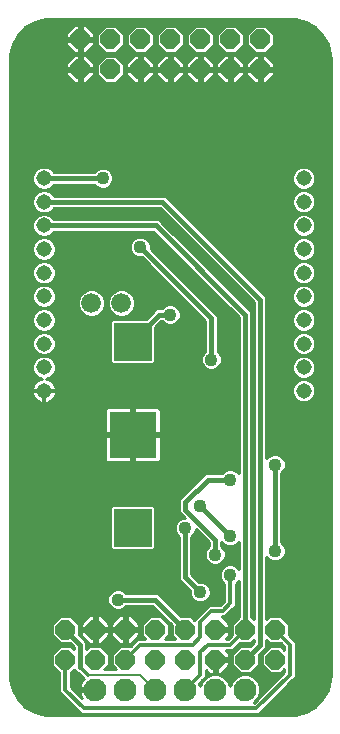
<source format=gbl>
G75*
G70*
%OFA0B0*%
%FSLAX24Y24*%
%IPPOS*%
%LPD*%
%AMOC8*
5,1,8,0,0,1.08239X$1,22.5*
%
%ADD10OC8,0.0640*%
%ADD11C,0.0516*%
%ADD12C,0.0660*%
%ADD13R,0.1560X0.1560*%
%ADD14R,0.1250X0.1250*%
%ADD15C,0.0760*%
%ADD16C,0.0436*%
%ADD17C,0.0100*%
%ADD18C,0.0160*%
%ADD19C,0.0080*%
%ADD20C,0.0120*%
D10*
X002650Y002650D03*
X002650Y003650D03*
X003650Y003650D03*
X003650Y002650D03*
X004650Y002650D03*
X004650Y003650D03*
X005650Y003650D03*
X005650Y002650D03*
X006650Y002650D03*
X006650Y003650D03*
X007650Y003650D03*
X007650Y002650D03*
X008650Y002650D03*
X008650Y003650D03*
X009650Y003650D03*
X009650Y002650D03*
X009150Y022330D03*
X009150Y023330D03*
X008150Y023330D03*
X008150Y022330D03*
X007150Y022330D03*
X007150Y023330D03*
X006150Y023330D03*
X006150Y022330D03*
X005150Y022330D03*
X005150Y023330D03*
X004150Y023330D03*
X004150Y022330D03*
X003150Y022330D03*
X003150Y023330D03*
D11*
X001944Y018693D03*
X001944Y017906D03*
X001944Y017119D03*
X001944Y016331D03*
X001944Y015544D03*
X001944Y014756D03*
X001944Y013969D03*
X001944Y013181D03*
X001944Y012394D03*
X001944Y011607D03*
X010606Y011607D03*
X010606Y012394D03*
X010606Y013181D03*
X010606Y013969D03*
X010606Y014756D03*
X010606Y015544D03*
X010606Y016331D03*
X010606Y017119D03*
X010606Y017906D03*
X010606Y018693D03*
D12*
X004525Y014525D03*
X003525Y014525D03*
D13*
X004900Y010150D03*
D14*
X004900Y007050D03*
X004900Y013250D03*
D15*
X004650Y001650D03*
X005650Y001650D03*
X006650Y001650D03*
X007650Y001650D03*
X008650Y001650D03*
X003650Y001650D03*
D16*
X004400Y004650D03*
X006650Y007025D03*
X007150Y007775D03*
X007650Y006150D03*
X008150Y006775D03*
X008150Y005470D03*
X007150Y004900D03*
X008150Y008650D03*
X009650Y009150D03*
X009650Y006275D03*
X010275Y005650D03*
X010900Y002400D03*
X007525Y012650D03*
X006150Y014150D03*
X005150Y016400D03*
X003900Y018693D03*
D17*
X002460Y001726D02*
X000878Y001726D01*
X000903Y001633D02*
X000812Y001974D01*
X000800Y002150D01*
X000800Y022650D01*
X000812Y022826D01*
X000903Y023167D01*
X001079Y023472D01*
X001328Y023721D01*
X001633Y023897D01*
X001974Y023988D01*
X002150Y024000D01*
X010150Y024000D01*
X010326Y023988D01*
X010667Y023897D01*
X010972Y023721D01*
X011221Y023472D01*
X011397Y023167D01*
X011488Y022826D01*
X011500Y022650D01*
X011500Y002150D01*
X011488Y001974D01*
X011397Y001633D01*
X011221Y001328D01*
X010972Y001079D01*
X010667Y000903D01*
X010326Y000812D01*
X010150Y000800D01*
X002150Y000800D01*
X001974Y000812D01*
X001633Y000903D01*
X001328Y001079D01*
X001079Y001328D01*
X000903Y001633D01*
X000906Y001628D02*
X002460Y001628D01*
X002460Y001571D02*
X003085Y000946D01*
X003196Y000835D01*
X009104Y000835D01*
X010229Y001960D01*
X010340Y002071D01*
X010340Y003229D01*
X010100Y003469D01*
X010100Y003836D01*
X009836Y004100D01*
X009464Y004100D01*
X009360Y003996D01*
X009360Y006073D01*
X009453Y005980D01*
X009581Y005927D01*
X009719Y005927D01*
X009847Y005980D01*
X009945Y006078D01*
X009998Y006206D01*
X009998Y006344D01*
X009945Y006472D01*
X009860Y006557D01*
X009860Y008868D01*
X009945Y008953D01*
X009998Y009081D01*
X009998Y009219D01*
X009945Y009347D01*
X009847Y009445D01*
X009719Y009498D01*
X009581Y009498D01*
X009453Y009445D01*
X009360Y009352D01*
X009360Y014737D01*
X009237Y014860D01*
X009237Y014860D01*
X006104Y017993D01*
X005981Y018116D01*
X002277Y018116D01*
X002273Y018126D01*
X002164Y018235D01*
X002021Y018294D01*
X001867Y018294D01*
X001725Y018235D01*
X001616Y018126D01*
X001556Y017983D01*
X001556Y017829D01*
X001616Y017686D01*
X001725Y017577D01*
X001867Y017518D01*
X002021Y017518D01*
X002164Y017577D01*
X002273Y017686D01*
X002277Y017696D01*
X005807Y017696D01*
X008940Y014563D01*
X008940Y003996D01*
X008860Y004076D01*
X008860Y014237D01*
X008737Y014360D01*
X005891Y017205D01*
X005768Y017329D01*
X002277Y017329D01*
X002273Y017338D01*
X002164Y017447D01*
X002021Y017506D01*
X001867Y017506D01*
X001725Y017447D01*
X001616Y017338D01*
X001556Y017196D01*
X001556Y017041D01*
X001616Y016899D01*
X001725Y016790D01*
X001867Y016731D01*
X002021Y016731D01*
X002164Y016790D01*
X002273Y016899D01*
X002277Y016909D01*
X005595Y016909D01*
X008440Y014063D01*
X008440Y008852D01*
X008347Y008945D01*
X008219Y008998D01*
X008081Y008998D01*
X007953Y008945D01*
X007868Y008860D01*
X007313Y008860D01*
X006563Y008110D01*
X006440Y007987D01*
X006440Y007563D01*
X006630Y007373D01*
X006581Y007373D01*
X006453Y007320D01*
X006355Y007222D01*
X006302Y007094D01*
X006302Y006956D01*
X006355Y006828D01*
X006440Y006743D01*
X006440Y005313D01*
X006563Y005190D01*
X006802Y004951D01*
X006802Y004831D01*
X006855Y004703D01*
X006953Y004605D01*
X007081Y004552D01*
X007219Y004552D01*
X007347Y004605D01*
X007445Y004703D01*
X007498Y004831D01*
X007498Y004969D01*
X007445Y005097D01*
X007347Y005195D01*
X007219Y005248D01*
X007099Y005248D01*
X006860Y005487D01*
X006860Y006743D01*
X006945Y006828D01*
X006998Y006956D01*
X006998Y007005D01*
X007440Y006563D01*
X007440Y006432D01*
X007355Y006347D01*
X007302Y006219D01*
X007302Y006081D01*
X007355Y005953D01*
X007453Y005855D01*
X007581Y005802D01*
X007719Y005802D01*
X007847Y005855D01*
X007945Y005953D01*
X007998Y006081D01*
X007998Y006219D01*
X007945Y006347D01*
X007860Y006432D01*
X007860Y006573D01*
X007953Y006480D01*
X008081Y006427D01*
X008219Y006427D01*
X008347Y006480D01*
X008440Y006573D01*
X008440Y005672D01*
X008347Y005765D01*
X008219Y005818D01*
X008081Y005818D01*
X007953Y005765D01*
X007855Y005667D01*
X007802Y005539D01*
X007802Y005401D01*
X007855Y005273D01*
X007953Y005175D01*
X007960Y005172D01*
X007960Y004604D01*
X007821Y004465D01*
X007446Y004465D01*
X007335Y004354D01*
X006960Y003979D01*
X006960Y003976D01*
X006836Y004100D01*
X006497Y004100D01*
X005737Y004860D01*
X004682Y004860D01*
X004597Y004945D01*
X004469Y004998D01*
X004331Y004998D01*
X004203Y004945D01*
X004105Y004847D01*
X004052Y004719D01*
X004052Y004581D01*
X004105Y004453D01*
X004203Y004355D01*
X004331Y004302D01*
X004469Y004302D01*
X004597Y004355D01*
X004682Y004440D01*
X005563Y004440D01*
X006200Y003803D01*
X006200Y003464D01*
X006324Y003340D01*
X005976Y003340D01*
X006100Y003464D01*
X006100Y003836D01*
X005836Y004100D01*
X005464Y004100D01*
X005200Y003836D01*
X005200Y003464D01*
X005324Y003340D01*
X005071Y003340D01*
X004960Y003229D01*
X004960Y003229D01*
X004831Y003100D01*
X004464Y003100D01*
X004200Y002836D01*
X004200Y002464D01*
X004344Y002320D01*
X003956Y002320D01*
X004100Y002464D01*
X004100Y002836D01*
X003836Y003100D01*
X003464Y003100D01*
X003360Y002996D01*
X003360Y003237D01*
X003100Y003497D01*
X003100Y003836D01*
X002836Y004100D01*
X002464Y004100D01*
X002200Y003836D01*
X002200Y003464D01*
X002464Y003200D01*
X002803Y003200D01*
X002940Y003063D01*
X002940Y002996D01*
X002836Y003100D01*
X002464Y003100D01*
X002200Y002836D01*
X002200Y002464D01*
X002460Y002204D01*
X002460Y001571D01*
X002502Y001529D02*
X000963Y001529D01*
X001020Y001431D02*
X002601Y001431D01*
X002699Y001332D02*
X001077Y001332D01*
X001174Y001234D02*
X002798Y001234D01*
X002896Y001135D02*
X001272Y001135D01*
X001402Y001037D02*
X002995Y001037D01*
X003093Y000938D02*
X001572Y000938D01*
X001869Y000840D02*
X003192Y000840D01*
X003197Y001371D02*
X002840Y001729D01*
X002840Y002204D01*
X002945Y002308D01*
X003063Y002190D01*
X003091Y002190D01*
X003266Y002015D01*
X003246Y001995D01*
X003197Y001928D01*
X003159Y001853D01*
X003133Y001774D01*
X003121Y001698D01*
X003602Y001698D01*
X003602Y001602D01*
X003121Y001602D01*
X003133Y001526D01*
X003159Y001447D01*
X003197Y001372D01*
X003197Y001371D01*
X003167Y001431D02*
X003138Y001431D01*
X003133Y001529D02*
X003040Y001529D01*
X002941Y001628D02*
X003602Y001628D01*
X003260Y002022D02*
X002840Y002022D01*
X002840Y002120D02*
X003161Y002120D01*
X003035Y002219D02*
X002855Y002219D01*
X002840Y001923D02*
X003194Y001923D01*
X003149Y001825D02*
X002840Y001825D01*
X002843Y001726D02*
X003125Y001726D01*
X002460Y001825D02*
X000852Y001825D01*
X000825Y001923D02*
X002460Y001923D01*
X002460Y002022D02*
X000808Y002022D01*
X000802Y002120D02*
X002460Y002120D01*
X002445Y002219D02*
X000800Y002219D01*
X000800Y002317D02*
X002347Y002317D01*
X002248Y002416D02*
X000800Y002416D01*
X000800Y002514D02*
X002200Y002514D01*
X002200Y002613D02*
X000800Y002613D01*
X000800Y002711D02*
X002200Y002711D01*
X002200Y002810D02*
X000800Y002810D01*
X000800Y002908D02*
X002272Y002908D01*
X002370Y003007D02*
X000800Y003007D01*
X000800Y003105D02*
X002898Y003105D01*
X002930Y003007D02*
X002940Y003007D01*
X003196Y003401D02*
X003235Y003401D01*
X003180Y003455D02*
X003180Y003600D01*
X003600Y003600D01*
X003700Y003600D01*
X003700Y003700D01*
X004120Y003700D01*
X004120Y003845D01*
X003845Y004120D01*
X003700Y004120D01*
X003700Y003700D01*
X003600Y003700D01*
X003600Y004120D01*
X003455Y004120D01*
X003180Y003845D01*
X003180Y003700D01*
X003600Y003700D01*
X003600Y003600D01*
X003600Y003180D01*
X003455Y003180D01*
X003180Y003455D01*
X003180Y003499D02*
X003100Y003499D01*
X003100Y003598D02*
X003180Y003598D01*
X003100Y003696D02*
X003600Y003696D01*
X003600Y003598D02*
X003700Y003598D01*
X003700Y003600D02*
X003700Y003180D01*
X003845Y003180D01*
X004120Y003455D01*
X004120Y003600D01*
X003700Y003600D01*
X003700Y003696D02*
X004600Y003696D01*
X004600Y003700D02*
X004600Y003600D01*
X004700Y003600D01*
X004700Y003700D01*
X005120Y003700D01*
X005120Y003845D01*
X004845Y004120D01*
X004700Y004120D01*
X004700Y003700D01*
X004600Y003700D01*
X004600Y004120D01*
X004455Y004120D01*
X004180Y003845D01*
X004180Y003700D01*
X004600Y003700D01*
X004600Y003795D02*
X004700Y003795D01*
X004700Y003893D02*
X004600Y003893D01*
X004600Y003992D02*
X004700Y003992D01*
X004700Y004090D02*
X004600Y004090D01*
X004425Y004090D02*
X003875Y004090D01*
X003973Y003992D02*
X004327Y003992D01*
X004228Y003893D02*
X004072Y003893D01*
X004120Y003795D02*
X004180Y003795D01*
X004180Y003600D02*
X004180Y003455D01*
X004455Y003180D01*
X004600Y003180D01*
X004600Y003600D01*
X004180Y003600D01*
X004180Y003598D02*
X004120Y003598D01*
X004120Y003499D02*
X004180Y003499D01*
X004235Y003401D02*
X004065Y003401D01*
X003967Y003302D02*
X004333Y003302D01*
X004432Y003204D02*
X003868Y003204D01*
X003930Y003007D02*
X004370Y003007D01*
X004272Y002908D02*
X004028Y002908D01*
X004100Y002810D02*
X004200Y002810D01*
X004200Y002711D02*
X004100Y002711D01*
X004100Y002613D02*
X004200Y002613D01*
X004200Y002514D02*
X004100Y002514D01*
X004052Y002416D02*
X004248Y002416D01*
X004600Y003204D02*
X004700Y003204D01*
X004700Y003180D02*
X004845Y003180D01*
X005120Y003455D01*
X005120Y003600D01*
X004700Y003600D01*
X004700Y003180D01*
X004700Y003302D02*
X004600Y003302D01*
X004600Y003401D02*
X004700Y003401D01*
X004700Y003499D02*
X004600Y003499D01*
X004600Y003598D02*
X004700Y003598D01*
X004700Y003696D02*
X005200Y003696D01*
X005200Y003598D02*
X005120Y003598D01*
X005120Y003499D02*
X005200Y003499D01*
X005263Y003401D02*
X005065Y003401D01*
X005033Y003302D02*
X004967Y003302D01*
X004935Y003204D02*
X004868Y003204D01*
X004836Y003105D02*
X003360Y003105D01*
X003360Y003007D02*
X003370Y003007D01*
X003360Y003204D02*
X003432Y003204D01*
X003333Y003302D02*
X003295Y003302D01*
X003600Y003302D02*
X003700Y003302D01*
X003700Y003204D02*
X003600Y003204D01*
X003600Y003401D02*
X003700Y003401D01*
X003700Y003499D02*
X003600Y003499D01*
X003600Y003795D02*
X003700Y003795D01*
X003700Y003893D02*
X003600Y003893D01*
X003600Y003992D02*
X003700Y003992D01*
X003700Y004090D02*
X003600Y004090D01*
X003425Y004090D02*
X002846Y004090D01*
X002945Y003992D02*
X003327Y003992D01*
X003228Y003893D02*
X003043Y003893D01*
X003100Y003795D02*
X003180Y003795D01*
X002454Y004090D02*
X000800Y004090D01*
X000800Y003992D02*
X002355Y003992D01*
X002257Y003893D02*
X000800Y003893D01*
X000800Y003795D02*
X002200Y003795D01*
X002200Y003696D02*
X000800Y003696D01*
X000800Y003598D02*
X002200Y003598D01*
X002200Y003499D02*
X000800Y003499D01*
X000800Y003401D02*
X002263Y003401D01*
X002362Y003302D02*
X000800Y003302D01*
X000800Y003204D02*
X002460Y003204D01*
X004092Y004484D02*
X000800Y004484D01*
X000800Y004386D02*
X004172Y004386D01*
X004052Y004583D02*
X000800Y004583D01*
X000800Y004681D02*
X004052Y004681D01*
X004077Y004780D02*
X000800Y004780D01*
X000800Y004878D02*
X004136Y004878D01*
X004279Y004977D02*
X000800Y004977D01*
X000800Y005075D02*
X006678Y005075D01*
X006777Y004977D02*
X004521Y004977D01*
X004664Y004878D02*
X006802Y004878D01*
X006823Y004780D02*
X005817Y004780D01*
X005916Y004681D02*
X006877Y004681D01*
X007007Y004583D02*
X006014Y004583D01*
X006113Y004484D02*
X007840Y004484D01*
X007939Y004583D02*
X007293Y004583D01*
X007423Y004681D02*
X007960Y004681D01*
X007960Y004780D02*
X007477Y004780D01*
X007498Y004878D02*
X007960Y004878D01*
X007960Y004977D02*
X007495Y004977D01*
X007454Y005075D02*
X007960Y005075D01*
X007956Y005174D02*
X007369Y005174D01*
X007075Y005272D02*
X007856Y005272D01*
X007814Y005371D02*
X006976Y005371D01*
X006878Y005469D02*
X007802Y005469D01*
X007814Y005568D02*
X006860Y005568D01*
X006860Y005666D02*
X007854Y005666D01*
X007952Y005765D02*
X006860Y005765D01*
X006860Y005863D02*
X007445Y005863D01*
X007351Y005962D02*
X006860Y005962D01*
X006860Y006060D02*
X007310Y006060D01*
X007302Y006159D02*
X006860Y006159D01*
X006860Y006257D02*
X007318Y006257D01*
X007363Y006356D02*
X006860Y006356D01*
X006860Y006454D02*
X007440Y006454D01*
X007440Y006553D02*
X006860Y006553D01*
X006860Y006651D02*
X007352Y006651D01*
X007253Y006750D02*
X006867Y006750D01*
X006953Y006848D02*
X007155Y006848D01*
X007056Y006947D02*
X006994Y006947D01*
X006502Y007341D02*
X005655Y007341D01*
X005655Y007439D02*
X006564Y007439D01*
X006465Y007538D02*
X005655Y007538D01*
X005655Y007636D02*
X006440Y007636D01*
X006440Y007735D02*
X005649Y007735D01*
X005655Y007729D02*
X005579Y007805D01*
X004221Y007805D01*
X004145Y007729D01*
X004145Y006371D01*
X004221Y006295D01*
X005579Y006295D01*
X005655Y006371D01*
X005655Y007729D01*
X005655Y007242D02*
X006375Y007242D01*
X006322Y007144D02*
X005655Y007144D01*
X005655Y007045D02*
X006302Y007045D01*
X006306Y006947D02*
X005655Y006947D01*
X005655Y006848D02*
X006347Y006848D01*
X006433Y006750D02*
X005655Y006750D01*
X005655Y006651D02*
X006440Y006651D01*
X006440Y006553D02*
X005655Y006553D01*
X005655Y006454D02*
X006440Y006454D01*
X006440Y006356D02*
X005639Y006356D01*
X006440Y006257D02*
X000800Y006257D01*
X000800Y006159D02*
X006440Y006159D01*
X006440Y006060D02*
X000800Y006060D01*
X000800Y005962D02*
X006440Y005962D01*
X006440Y005863D02*
X000800Y005863D01*
X000800Y005765D02*
X006440Y005765D01*
X006440Y005666D02*
X000800Y005666D01*
X000800Y005568D02*
X006440Y005568D01*
X006440Y005469D02*
X000800Y005469D01*
X000800Y005371D02*
X006440Y005371D01*
X006481Y005272D02*
X000800Y005272D01*
X000800Y005174D02*
X006580Y005174D01*
X006211Y004386D02*
X007367Y004386D01*
X007268Y004287D02*
X006310Y004287D01*
X006408Y004189D02*
X007170Y004189D01*
X007071Y004090D02*
X006846Y004090D01*
X006945Y003992D02*
X006973Y003992D01*
X007700Y003700D02*
X008120Y003700D01*
X008120Y003845D01*
X007880Y004085D01*
X007979Y004085D01*
X008229Y004335D01*
X008340Y004446D01*
X008340Y005172D01*
X008347Y005175D01*
X008440Y005268D01*
X008440Y004076D01*
X008200Y003836D01*
X008200Y003469D01*
X008071Y003340D01*
X008005Y003340D01*
X008120Y003455D01*
X008120Y003600D01*
X007700Y003600D01*
X007700Y003700D01*
X007700Y003696D02*
X008200Y003696D01*
X008200Y003598D02*
X008120Y003598D01*
X008120Y003499D02*
X008200Y003499D01*
X008132Y003401D02*
X008065Y003401D01*
X008120Y003795D02*
X008200Y003795D01*
X008257Y003893D02*
X008072Y003893D01*
X007973Y003992D02*
X008355Y003992D01*
X008440Y004090D02*
X007984Y004090D01*
X008082Y004189D02*
X008440Y004189D01*
X008440Y004287D02*
X008181Y004287D01*
X008279Y004386D02*
X008440Y004386D01*
X008440Y004484D02*
X008340Y004484D01*
X008340Y004583D02*
X008440Y004583D01*
X008440Y004681D02*
X008340Y004681D01*
X008340Y004780D02*
X008440Y004780D01*
X008440Y004878D02*
X008340Y004878D01*
X008340Y004977D02*
X008440Y004977D01*
X008440Y005075D02*
X008340Y005075D01*
X008344Y005174D02*
X008440Y005174D01*
X008860Y005174D02*
X008940Y005174D01*
X008940Y005272D02*
X008860Y005272D01*
X008860Y005371D02*
X008940Y005371D01*
X008940Y005469D02*
X008860Y005469D01*
X008860Y005568D02*
X008940Y005568D01*
X008940Y005666D02*
X008860Y005666D01*
X008860Y005765D02*
X008940Y005765D01*
X008940Y005863D02*
X008860Y005863D01*
X008860Y005962D02*
X008940Y005962D01*
X008940Y006060D02*
X008860Y006060D01*
X008860Y006159D02*
X008940Y006159D01*
X008940Y006257D02*
X008860Y006257D01*
X008860Y006356D02*
X008940Y006356D01*
X008940Y006454D02*
X008860Y006454D01*
X008860Y006553D02*
X008940Y006553D01*
X008940Y006651D02*
X008860Y006651D01*
X008860Y006750D02*
X008940Y006750D01*
X008940Y006848D02*
X008860Y006848D01*
X008860Y006947D02*
X008940Y006947D01*
X008940Y007045D02*
X008860Y007045D01*
X008860Y007144D02*
X008940Y007144D01*
X008940Y007242D02*
X008860Y007242D01*
X008860Y007341D02*
X008940Y007341D01*
X008940Y007439D02*
X008860Y007439D01*
X008860Y007538D02*
X008940Y007538D01*
X008940Y007636D02*
X008860Y007636D01*
X008860Y007735D02*
X008940Y007735D01*
X008940Y007833D02*
X008860Y007833D01*
X008860Y007932D02*
X008940Y007932D01*
X008940Y008030D02*
X008860Y008030D01*
X008860Y008129D02*
X008940Y008129D01*
X008940Y008227D02*
X008860Y008227D01*
X008860Y008326D02*
X008940Y008326D01*
X008940Y008424D02*
X008860Y008424D01*
X008860Y008523D02*
X008940Y008523D01*
X008940Y008621D02*
X008860Y008621D01*
X008860Y008720D02*
X008940Y008720D01*
X008940Y008818D02*
X008860Y008818D01*
X008860Y008917D02*
X008940Y008917D01*
X008940Y009015D02*
X008860Y009015D01*
X008860Y009114D02*
X008940Y009114D01*
X008940Y009212D02*
X008860Y009212D01*
X008860Y009311D02*
X008940Y009311D01*
X008940Y009409D02*
X008860Y009409D01*
X008860Y009508D02*
X008940Y009508D01*
X008940Y009606D02*
X008860Y009606D01*
X008860Y009705D02*
X008940Y009705D01*
X008940Y009803D02*
X008860Y009803D01*
X008860Y009902D02*
X008940Y009902D01*
X008940Y010000D02*
X008860Y010000D01*
X008860Y010099D02*
X008940Y010099D01*
X008940Y010197D02*
X008860Y010197D01*
X008860Y010296D02*
X008940Y010296D01*
X008940Y010394D02*
X008860Y010394D01*
X008860Y010493D02*
X008940Y010493D01*
X008940Y010591D02*
X008860Y010591D01*
X008860Y010690D02*
X008940Y010690D01*
X008940Y010788D02*
X008860Y010788D01*
X008860Y010887D02*
X008940Y010887D01*
X008940Y010985D02*
X008860Y010985D01*
X008860Y011084D02*
X008940Y011084D01*
X008940Y011182D02*
X008860Y011182D01*
X008860Y011281D02*
X008940Y011281D01*
X008940Y011379D02*
X008860Y011379D01*
X008860Y011478D02*
X008940Y011478D01*
X008940Y011576D02*
X008860Y011576D01*
X008860Y011675D02*
X008940Y011675D01*
X008940Y011773D02*
X008860Y011773D01*
X008860Y011872D02*
X008940Y011872D01*
X008940Y011970D02*
X008860Y011970D01*
X008860Y012069D02*
X008940Y012069D01*
X008940Y012167D02*
X008860Y012167D01*
X008860Y012266D02*
X008940Y012266D01*
X008940Y012364D02*
X008860Y012364D01*
X008860Y012463D02*
X008940Y012463D01*
X008940Y012561D02*
X008860Y012561D01*
X008860Y012660D02*
X008940Y012660D01*
X008940Y012758D02*
X008860Y012758D01*
X008860Y012857D02*
X008940Y012857D01*
X008940Y012955D02*
X008860Y012955D01*
X008860Y013054D02*
X008940Y013054D01*
X008940Y013152D02*
X008860Y013152D01*
X008860Y013251D02*
X008940Y013251D01*
X008940Y013349D02*
X008860Y013349D01*
X008860Y013448D02*
X008940Y013448D01*
X008940Y013546D02*
X008860Y013546D01*
X008860Y013645D02*
X008940Y013645D01*
X008940Y013743D02*
X008860Y013743D01*
X008860Y013842D02*
X008940Y013842D01*
X008940Y013940D02*
X008860Y013940D01*
X008860Y014039D02*
X008940Y014039D01*
X008940Y014137D02*
X008860Y014137D01*
X008860Y014236D02*
X008940Y014236D01*
X008940Y014334D02*
X008763Y014334D01*
X008664Y014433D02*
X008940Y014433D01*
X008940Y014531D02*
X008566Y014531D01*
X008467Y014630D02*
X008873Y014630D01*
X008775Y014728D02*
X008369Y014728D01*
X008270Y014827D02*
X008676Y014827D01*
X008578Y014925D02*
X008172Y014925D01*
X008073Y015024D02*
X008479Y015024D01*
X008381Y015122D02*
X007975Y015122D01*
X007876Y015221D02*
X008282Y015221D01*
X008184Y015319D02*
X007778Y015319D01*
X007679Y015418D02*
X008085Y015418D01*
X007987Y015516D02*
X007581Y015516D01*
X007482Y015615D02*
X007888Y015615D01*
X007790Y015713D02*
X007384Y015713D01*
X007285Y015812D02*
X007691Y015812D01*
X007593Y015910D02*
X007187Y015910D01*
X007088Y016009D02*
X007494Y016009D01*
X007396Y016107D02*
X006990Y016107D01*
X006891Y016206D02*
X007297Y016206D01*
X007199Y016304D02*
X006793Y016304D01*
X006694Y016403D02*
X007100Y016403D01*
X007002Y016501D02*
X006596Y016501D01*
X006497Y016600D02*
X006903Y016600D01*
X006805Y016698D02*
X006399Y016698D01*
X006300Y016797D02*
X006706Y016797D01*
X006608Y016895D02*
X006202Y016895D01*
X006103Y016994D02*
X006509Y016994D01*
X006411Y017092D02*
X006005Y017092D01*
X005906Y017191D02*
X006312Y017191D01*
X006214Y017289D02*
X005808Y017289D01*
X006017Y017486D02*
X002070Y017486D01*
X002171Y017585D02*
X005918Y017585D01*
X005820Y017683D02*
X002270Y017683D01*
X002224Y017388D02*
X006115Y017388D01*
X006414Y017683D02*
X010280Y017683D01*
X010277Y017686D02*
X010386Y017577D01*
X010529Y017518D01*
X010683Y017518D01*
X010825Y017577D01*
X010934Y017686D01*
X010994Y017829D01*
X010994Y017983D01*
X010934Y018126D01*
X010825Y018235D01*
X010683Y018294D01*
X010529Y018294D01*
X010386Y018235D01*
X010277Y018126D01*
X010218Y017983D01*
X010218Y017829D01*
X010277Y017686D01*
X010237Y017782D02*
X006315Y017782D01*
X006217Y017880D02*
X010218Y017880D01*
X010218Y017979D02*
X006118Y017979D01*
X006104Y017993D02*
X006104Y017993D01*
X006020Y018077D02*
X010257Y018077D01*
X010327Y018176D02*
X002223Y018176D01*
X002069Y018274D02*
X010481Y018274D01*
X010529Y018306D02*
X010683Y018306D01*
X010825Y018365D01*
X010934Y018474D01*
X010994Y018616D01*
X010994Y018770D01*
X010934Y018913D01*
X010825Y019022D01*
X010683Y019081D01*
X010529Y019081D01*
X010386Y019022D01*
X010277Y018913D01*
X010218Y018770D01*
X010218Y018616D01*
X010277Y018474D01*
X010386Y018365D01*
X010529Y018306D01*
X010378Y018373D02*
X004035Y018373D01*
X004097Y018398D02*
X004195Y018496D01*
X004248Y018624D01*
X004248Y018763D01*
X004195Y018890D01*
X004097Y018988D01*
X003969Y019041D01*
X003831Y019041D01*
X003703Y018988D01*
X003618Y018903D01*
X002277Y018903D01*
X002273Y018913D01*
X002164Y019022D01*
X002021Y019081D01*
X001867Y019081D01*
X001725Y019022D01*
X001616Y018913D01*
X001556Y018770D01*
X001556Y018616D01*
X001616Y018474D01*
X001725Y018365D01*
X001867Y018306D01*
X002021Y018306D01*
X002164Y018365D01*
X002273Y018474D01*
X002277Y018483D01*
X003618Y018483D01*
X003703Y018398D01*
X003831Y018345D01*
X003969Y018345D01*
X004097Y018398D01*
X004170Y018471D02*
X010280Y018471D01*
X010237Y018570D02*
X004226Y018570D01*
X004248Y018668D02*
X010218Y018668D01*
X010218Y018767D02*
X004246Y018767D01*
X004206Y018865D02*
X010257Y018865D01*
X010328Y018964D02*
X004122Y018964D01*
X003765Y018373D02*
X002172Y018373D01*
X002270Y018471D02*
X003630Y018471D01*
X003678Y018964D02*
X002222Y018964D01*
X002067Y019062D02*
X010483Y019062D01*
X010729Y019062D02*
X011500Y019062D01*
X011500Y018964D02*
X010884Y018964D01*
X010954Y018865D02*
X011500Y018865D01*
X011500Y018767D02*
X010994Y018767D01*
X010994Y018668D02*
X011500Y018668D01*
X011500Y018570D02*
X010974Y018570D01*
X010932Y018471D02*
X011500Y018471D01*
X011500Y018373D02*
X010833Y018373D01*
X010730Y018274D02*
X011500Y018274D01*
X011500Y018176D02*
X010884Y018176D01*
X010955Y018077D02*
X011500Y018077D01*
X011500Y017979D02*
X010994Y017979D01*
X010994Y017880D02*
X011500Y017880D01*
X011500Y017782D02*
X010974Y017782D01*
X010931Y017683D02*
X011500Y017683D01*
X011500Y017585D02*
X010833Y017585D01*
X010825Y017447D02*
X010683Y017506D01*
X010529Y017506D01*
X010386Y017447D01*
X010277Y017338D01*
X010218Y017196D01*
X010218Y017041D01*
X010277Y016899D01*
X010386Y016790D01*
X010529Y016731D01*
X010683Y016731D01*
X010825Y016790D01*
X010934Y016899D01*
X010994Y017041D01*
X010994Y017196D01*
X010934Y017338D01*
X010825Y017447D01*
X010885Y017388D02*
X011500Y017388D01*
X011500Y017486D02*
X010732Y017486D01*
X010480Y017486D02*
X006611Y017486D01*
X006709Y017388D02*
X010326Y017388D01*
X010257Y017289D02*
X006808Y017289D01*
X006906Y017191D02*
X010218Y017191D01*
X010218Y017092D02*
X007005Y017092D01*
X007103Y016994D02*
X010238Y016994D01*
X010281Y016895D02*
X007202Y016895D01*
X007300Y016797D02*
X010379Y016797D01*
X010386Y016660D02*
X010277Y016551D01*
X010218Y016408D01*
X010218Y016254D01*
X010277Y016111D01*
X010386Y016002D01*
X010529Y015943D01*
X010683Y015943D01*
X010825Y016002D01*
X010934Y016111D01*
X010994Y016254D01*
X010994Y016408D01*
X010934Y016551D01*
X010825Y016660D01*
X010683Y016719D01*
X010529Y016719D01*
X010386Y016660D01*
X010326Y016600D02*
X007497Y016600D01*
X007399Y016698D02*
X010478Y016698D01*
X010733Y016698D02*
X011500Y016698D01*
X011500Y016600D02*
X010886Y016600D01*
X010955Y016501D02*
X011500Y016501D01*
X011500Y016403D02*
X010994Y016403D01*
X010994Y016304D02*
X011500Y016304D01*
X011500Y016206D02*
X010973Y016206D01*
X010930Y016107D02*
X011500Y016107D01*
X011500Y016009D02*
X010832Y016009D01*
X010825Y015872D02*
X010683Y015931D01*
X010529Y015931D01*
X010386Y015872D01*
X010277Y015763D01*
X010218Y015621D01*
X010218Y015467D01*
X010277Y015324D01*
X010386Y015215D01*
X010529Y015156D01*
X010683Y015156D01*
X010825Y015215D01*
X010934Y015324D01*
X010994Y015467D01*
X010994Y015621D01*
X010934Y015763D01*
X010825Y015872D01*
X010886Y015812D02*
X011500Y015812D01*
X011500Y015910D02*
X010735Y015910D01*
X010477Y015910D02*
X008187Y015910D01*
X008285Y015812D02*
X010325Y015812D01*
X010256Y015713D02*
X008384Y015713D01*
X008482Y015615D02*
X010218Y015615D01*
X010218Y015516D02*
X008581Y015516D01*
X008679Y015418D02*
X010238Y015418D01*
X010282Y015319D02*
X008778Y015319D01*
X008876Y015221D02*
X010380Y015221D01*
X010386Y015085D02*
X010277Y014976D01*
X010218Y014833D01*
X010218Y014679D01*
X010277Y014537D01*
X010386Y014428D01*
X010529Y014369D01*
X010683Y014369D01*
X010825Y014428D01*
X010934Y014537D01*
X010994Y014679D01*
X010994Y014833D01*
X010934Y014976D01*
X010825Y015085D01*
X010683Y015144D01*
X010529Y015144D01*
X010386Y015085D01*
X010325Y015024D02*
X009073Y015024D01*
X008975Y015122D02*
X010475Y015122D01*
X010736Y015122D02*
X011500Y015122D01*
X011500Y015024D02*
X010887Y015024D01*
X010956Y014925D02*
X011500Y014925D01*
X011500Y014827D02*
X010994Y014827D01*
X010994Y014728D02*
X011500Y014728D01*
X011500Y014630D02*
X010973Y014630D01*
X010929Y014531D02*
X011500Y014531D01*
X011500Y014433D02*
X010830Y014433D01*
X010825Y014298D02*
X010683Y014357D01*
X010529Y014357D01*
X010386Y014298D01*
X010277Y014189D01*
X010218Y014046D01*
X010218Y013892D01*
X010277Y013749D01*
X010386Y013640D01*
X010529Y013581D01*
X010683Y013581D01*
X010825Y013640D01*
X010934Y013749D01*
X010994Y013892D01*
X010994Y014046D01*
X010934Y014189D01*
X010825Y014298D01*
X010887Y014236D02*
X011500Y014236D01*
X011500Y014334D02*
X010738Y014334D01*
X010474Y014334D02*
X009360Y014334D01*
X009360Y014236D02*
X010324Y014236D01*
X010256Y014137D02*
X009360Y014137D01*
X009360Y014039D02*
X010218Y014039D01*
X010218Y013940D02*
X009360Y013940D01*
X009360Y013842D02*
X010239Y013842D01*
X010283Y013743D02*
X009360Y013743D01*
X009360Y013645D02*
X010382Y013645D01*
X010472Y013546D02*
X009360Y013546D01*
X009360Y013448D02*
X010323Y013448D01*
X010277Y013401D02*
X010386Y013510D01*
X010529Y013569D01*
X010683Y013569D01*
X010825Y013510D01*
X010934Y013401D01*
X010994Y013259D01*
X010994Y013104D01*
X010934Y012962D01*
X010825Y012853D01*
X010683Y012794D01*
X010529Y012794D01*
X010386Y012853D01*
X010277Y012962D01*
X010218Y013104D01*
X010218Y013259D01*
X010277Y013401D01*
X010255Y013349D02*
X009360Y013349D01*
X009360Y013251D02*
X010218Y013251D01*
X010218Y013152D02*
X009360Y013152D01*
X009360Y013054D02*
X010239Y013054D01*
X010284Y012955D02*
X009360Y012955D01*
X009360Y012857D02*
X010382Y012857D01*
X010471Y012758D02*
X009360Y012758D01*
X009360Y012660D02*
X010323Y012660D01*
X010277Y012614D02*
X010386Y012723D01*
X010529Y012782D01*
X010683Y012782D01*
X010825Y012723D01*
X010934Y012614D01*
X010994Y012471D01*
X010994Y012317D01*
X010934Y012174D01*
X010825Y012065D01*
X010683Y012006D01*
X010529Y012006D01*
X010386Y012065D01*
X010277Y012174D01*
X010218Y012317D01*
X010218Y012471D01*
X010277Y012614D01*
X010255Y012561D02*
X009360Y012561D01*
X009360Y012463D02*
X010218Y012463D01*
X010218Y012364D02*
X009360Y012364D01*
X009360Y012266D02*
X010239Y012266D01*
X010284Y012167D02*
X009360Y012167D01*
X009360Y012069D02*
X010383Y012069D01*
X010470Y011970D02*
X009360Y011970D01*
X009360Y011872D02*
X010322Y011872D01*
X010277Y011826D02*
X010386Y011935D01*
X010529Y011994D01*
X010683Y011994D01*
X010825Y011935D01*
X010934Y011826D01*
X010994Y011684D01*
X010994Y011530D01*
X010934Y011387D01*
X010825Y011278D01*
X010683Y011219D01*
X010529Y011219D01*
X010386Y011278D01*
X010277Y011387D01*
X010218Y011530D01*
X010218Y011684D01*
X010277Y011826D01*
X010255Y011773D02*
X009360Y011773D01*
X009360Y011675D02*
X010218Y011675D01*
X010218Y011576D02*
X009360Y011576D01*
X009360Y011478D02*
X010239Y011478D01*
X010285Y011379D02*
X009360Y011379D01*
X009360Y011281D02*
X010383Y011281D01*
X010742Y011970D02*
X011500Y011970D01*
X011500Y011872D02*
X010889Y011872D01*
X010957Y011773D02*
X011500Y011773D01*
X011500Y011675D02*
X010994Y011675D01*
X010994Y011576D02*
X011500Y011576D01*
X011500Y011478D02*
X010972Y011478D01*
X010926Y011379D02*
X011500Y011379D01*
X011500Y011281D02*
X010828Y011281D01*
X010829Y012069D02*
X011500Y012069D01*
X011500Y012167D02*
X010927Y012167D01*
X010972Y012266D02*
X011500Y012266D01*
X011500Y012364D02*
X010994Y012364D01*
X010994Y012463D02*
X011500Y012463D01*
X011500Y012561D02*
X010956Y012561D01*
X010889Y012660D02*
X011500Y012660D01*
X011500Y012758D02*
X010740Y012758D01*
X010829Y012857D02*
X011500Y012857D01*
X011500Y012955D02*
X010928Y012955D01*
X010972Y013054D02*
X011500Y013054D01*
X011500Y013152D02*
X010994Y013152D01*
X010994Y013251D02*
X011500Y013251D01*
X011500Y013349D02*
X010956Y013349D01*
X010888Y013448D02*
X011500Y013448D01*
X011500Y013546D02*
X010739Y013546D01*
X010830Y013645D02*
X011500Y013645D01*
X011500Y013743D02*
X010928Y013743D01*
X010973Y013842D02*
X011500Y013842D01*
X011500Y013940D02*
X010994Y013940D01*
X010994Y014039D02*
X011500Y014039D01*
X011500Y014137D02*
X010956Y014137D01*
X010831Y015221D02*
X011500Y015221D01*
X011500Y015319D02*
X010929Y015319D01*
X010973Y015418D02*
X011500Y015418D01*
X011500Y015516D02*
X010994Y015516D01*
X010994Y015615D02*
X011500Y015615D01*
X011500Y015713D02*
X010955Y015713D01*
X010832Y016797D02*
X011500Y016797D01*
X011500Y016895D02*
X010931Y016895D01*
X010974Y016994D02*
X011500Y016994D01*
X011500Y017092D02*
X010994Y017092D01*
X010994Y017191D02*
X011500Y017191D01*
X011500Y017289D02*
X010955Y017289D01*
X010379Y017585D02*
X006512Y017585D01*
X006002Y016501D02*
X005485Y016501D01*
X005498Y016469D02*
X005445Y016597D01*
X005347Y016695D01*
X005219Y016748D01*
X005081Y016748D01*
X004953Y016695D01*
X004855Y016597D01*
X004802Y016469D01*
X004802Y016331D01*
X004855Y016203D01*
X004953Y016105D01*
X005081Y016052D01*
X005201Y016052D01*
X007315Y013938D01*
X007315Y012932D01*
X007230Y012847D01*
X007177Y012719D01*
X007177Y012581D01*
X007230Y012453D01*
X007328Y012355D01*
X007456Y012302D01*
X007594Y012302D01*
X007722Y012355D01*
X007820Y012453D01*
X007873Y012581D01*
X007873Y012719D01*
X007820Y012847D01*
X007735Y012932D01*
X007735Y014112D01*
X007612Y014235D01*
X005498Y016349D01*
X005498Y016469D01*
X005498Y016403D02*
X006100Y016403D01*
X006199Y016304D02*
X005543Y016304D01*
X005641Y016206D02*
X006297Y016206D01*
X006396Y016107D02*
X005740Y016107D01*
X005838Y016009D02*
X006494Y016009D01*
X006593Y015910D02*
X005937Y015910D01*
X006035Y015812D02*
X006691Y015812D01*
X006790Y015713D02*
X006134Y015713D01*
X006232Y015615D02*
X006888Y015615D01*
X006987Y015516D02*
X006331Y015516D01*
X006429Y015418D02*
X007085Y015418D01*
X007184Y015319D02*
X006528Y015319D01*
X006626Y015221D02*
X007282Y015221D01*
X007381Y015122D02*
X006725Y015122D01*
X006823Y015024D02*
X007479Y015024D01*
X007578Y014925D02*
X006922Y014925D01*
X007020Y014827D02*
X007676Y014827D01*
X007775Y014728D02*
X007119Y014728D01*
X007217Y014630D02*
X007873Y014630D01*
X007972Y014531D02*
X007316Y014531D01*
X007414Y014433D02*
X008070Y014433D01*
X008169Y014334D02*
X007513Y014334D01*
X007611Y014236D02*
X008267Y014236D01*
X008366Y014137D02*
X007710Y014137D01*
X007735Y014039D02*
X008440Y014039D01*
X008440Y013940D02*
X007735Y013940D01*
X007735Y013842D02*
X008440Y013842D01*
X008440Y013743D02*
X007735Y013743D01*
X007735Y013645D02*
X008440Y013645D01*
X008440Y013546D02*
X007735Y013546D01*
X007735Y013448D02*
X008440Y013448D01*
X008440Y013349D02*
X007735Y013349D01*
X007735Y013251D02*
X008440Y013251D01*
X008440Y013152D02*
X007735Y013152D01*
X007735Y013054D02*
X008440Y013054D01*
X008440Y012955D02*
X007735Y012955D01*
X007811Y012857D02*
X008440Y012857D01*
X008440Y012758D02*
X007857Y012758D01*
X007873Y012660D02*
X008440Y012660D01*
X008440Y012561D02*
X007865Y012561D01*
X007824Y012463D02*
X008440Y012463D01*
X008440Y012364D02*
X007731Y012364D01*
X007319Y012364D02*
X002332Y012364D01*
X002332Y012317D02*
X002332Y012471D01*
X002273Y012614D01*
X002164Y012723D01*
X002021Y012782D01*
X001867Y012782D01*
X001725Y012723D01*
X001616Y012614D01*
X001556Y012471D01*
X001556Y012317D01*
X001616Y012174D01*
X001725Y012065D01*
X001865Y012007D01*
X001849Y012004D01*
X001788Y011985D01*
X001731Y011955D01*
X001679Y011918D01*
X001633Y011872D01*
X001596Y011820D01*
X001566Y011763D01*
X001547Y011702D01*
X001536Y011639D01*
X001536Y011626D01*
X001925Y011626D01*
X001925Y011588D01*
X001536Y011588D01*
X001536Y011575D01*
X001547Y011511D01*
X001566Y011450D01*
X001596Y011393D01*
X001633Y011341D01*
X001679Y011296D01*
X001731Y011258D01*
X001788Y011229D01*
X001849Y011209D01*
X001912Y011199D01*
X001925Y011199D01*
X001925Y011588D01*
X001963Y011588D01*
X001963Y011199D01*
X001976Y011199D01*
X002040Y011209D01*
X002101Y011229D01*
X002158Y011258D01*
X002210Y011296D01*
X002255Y011341D01*
X002293Y011393D01*
X002322Y011450D01*
X002342Y011511D01*
X002352Y011575D01*
X002352Y011588D01*
X001963Y011588D01*
X001963Y011626D01*
X002352Y011626D01*
X002352Y011639D01*
X002342Y011702D01*
X002322Y011763D01*
X002293Y011820D01*
X002255Y011872D01*
X002210Y011918D01*
X002158Y011955D01*
X002101Y011985D01*
X002040Y012004D01*
X002023Y012007D01*
X002164Y012065D01*
X002273Y012174D01*
X002332Y012317D01*
X002311Y012266D02*
X008440Y012266D01*
X008440Y012167D02*
X002266Y012167D01*
X002167Y012069D02*
X008440Y012069D01*
X008440Y011970D02*
X002129Y011970D01*
X002256Y011872D02*
X008440Y011872D01*
X008440Y011773D02*
X002317Y011773D01*
X002346Y011675D02*
X008440Y011675D01*
X008440Y011576D02*
X002352Y011576D01*
X002331Y011478D02*
X008440Y011478D01*
X008440Y011379D02*
X002283Y011379D01*
X002189Y011281D02*
X008440Y011281D01*
X008440Y011182D02*
X000800Y011182D01*
X000800Y011084D02*
X008440Y011084D01*
X008440Y010985D02*
X005821Y010985D01*
X005820Y010988D02*
X005800Y011022D01*
X005772Y011050D01*
X005738Y011070D01*
X005700Y011080D01*
X004950Y011080D01*
X004950Y010200D01*
X004850Y010200D01*
X004850Y011080D01*
X004100Y011080D01*
X004062Y011070D01*
X004028Y011050D01*
X004000Y011022D01*
X003980Y010988D01*
X003970Y010950D01*
X003970Y010200D01*
X004850Y010200D01*
X004850Y010100D01*
X004950Y010100D01*
X004950Y010200D01*
X005830Y010200D01*
X005830Y010950D01*
X005820Y010988D01*
X005830Y010887D02*
X008440Y010887D01*
X008440Y010788D02*
X005830Y010788D01*
X005830Y010690D02*
X008440Y010690D01*
X008440Y010591D02*
X005830Y010591D01*
X005830Y010493D02*
X008440Y010493D01*
X008440Y010394D02*
X005830Y010394D01*
X005830Y010296D02*
X008440Y010296D01*
X008440Y010197D02*
X004950Y010197D01*
X004950Y010100D02*
X005830Y010100D01*
X005830Y009350D01*
X005820Y009312D01*
X005800Y009278D01*
X005772Y009250D01*
X005738Y009230D01*
X005700Y009220D01*
X004950Y009220D01*
X004950Y010100D01*
X004950Y010099D02*
X004850Y010099D01*
X004850Y010100D02*
X004850Y009220D01*
X004100Y009220D01*
X004062Y009230D01*
X004028Y009250D01*
X004000Y009278D01*
X003980Y009312D01*
X003970Y009350D01*
X003970Y010100D01*
X004850Y010100D01*
X004850Y010197D02*
X000800Y010197D01*
X000800Y010099D02*
X003970Y010099D01*
X003970Y010000D02*
X000800Y010000D01*
X000800Y009902D02*
X003970Y009902D01*
X003970Y009803D02*
X000800Y009803D01*
X000800Y009705D02*
X003970Y009705D01*
X003970Y009606D02*
X000800Y009606D01*
X000800Y009508D02*
X003970Y009508D01*
X003970Y009409D02*
X000800Y009409D01*
X000800Y009311D02*
X003981Y009311D01*
X003970Y010296D02*
X000800Y010296D01*
X000800Y010394D02*
X003970Y010394D01*
X003970Y010493D02*
X000800Y010493D01*
X000800Y010591D02*
X003970Y010591D01*
X003970Y010690D02*
X000800Y010690D01*
X000800Y010788D02*
X003970Y010788D01*
X003970Y010887D02*
X000800Y010887D01*
X000800Y010985D02*
X003979Y010985D01*
X004221Y012495D02*
X004145Y012571D01*
X004145Y013929D01*
X004221Y014005D01*
X005333Y014005D01*
X005565Y014237D01*
X005688Y014360D01*
X005868Y014360D01*
X005953Y014445D01*
X006081Y014498D01*
X006219Y014498D01*
X006347Y014445D01*
X006445Y014347D01*
X006498Y014219D01*
X006498Y014081D01*
X006445Y013953D01*
X006347Y013855D01*
X006219Y013802D01*
X006081Y013802D01*
X005953Y013855D01*
X005868Y013940D01*
X005862Y013940D01*
X005655Y013733D01*
X005655Y012571D01*
X005579Y012495D01*
X004221Y012495D01*
X004155Y012561D02*
X002295Y012561D01*
X002332Y012463D02*
X007226Y012463D01*
X007185Y012561D02*
X005645Y012561D01*
X005655Y012660D02*
X007177Y012660D01*
X007193Y012758D02*
X005655Y012758D01*
X005655Y012857D02*
X007239Y012857D01*
X007315Y012955D02*
X005655Y012955D01*
X005655Y013054D02*
X007315Y013054D01*
X007315Y013152D02*
X005655Y013152D01*
X005655Y013251D02*
X007315Y013251D01*
X007315Y013349D02*
X005655Y013349D01*
X005655Y013448D02*
X007315Y013448D01*
X007315Y013546D02*
X005655Y013546D01*
X005655Y013645D02*
X007315Y013645D01*
X007315Y013743D02*
X005665Y013743D01*
X005764Y013842D02*
X005985Y013842D01*
X006315Y013842D02*
X007315Y013842D01*
X007313Y013940D02*
X006432Y013940D01*
X006481Y014039D02*
X007214Y014039D01*
X007116Y014137D02*
X006498Y014137D01*
X006491Y014236D02*
X007017Y014236D01*
X006919Y014334D02*
X006451Y014334D01*
X006360Y014433D02*
X006820Y014433D01*
X006722Y014531D02*
X004985Y014531D01*
X004985Y014616D02*
X004915Y014786D01*
X004786Y014915D01*
X004616Y014985D01*
X004433Y014985D01*
X004264Y014915D01*
X004135Y014786D01*
X004065Y014616D01*
X004065Y014433D01*
X004135Y014264D01*
X004264Y014135D01*
X004433Y014065D01*
X004616Y014065D01*
X004786Y014135D01*
X004915Y014264D01*
X004985Y014433D01*
X004985Y014616D01*
X004980Y014630D02*
X006623Y014630D01*
X006525Y014728D02*
X004939Y014728D01*
X004874Y014827D02*
X006426Y014827D01*
X006328Y014925D02*
X004761Y014925D01*
X004985Y014433D02*
X005940Y014433D01*
X006229Y015024D02*
X002225Y015024D01*
X002273Y014976D02*
X002164Y015085D01*
X002021Y015144D01*
X001867Y015144D01*
X001725Y015085D01*
X001616Y014976D01*
X001556Y014833D01*
X001556Y014679D01*
X001616Y014537D01*
X001725Y014428D01*
X001867Y014369D01*
X002021Y014369D01*
X002164Y014428D01*
X002273Y014537D01*
X002332Y014679D01*
X002332Y014833D01*
X002273Y014976D01*
X002294Y014925D02*
X003289Y014925D01*
X003264Y014915D02*
X003135Y014786D01*
X003065Y014616D01*
X003065Y014433D01*
X003135Y014264D01*
X003264Y014135D01*
X003433Y014065D01*
X003616Y014065D01*
X003786Y014135D01*
X003915Y014264D01*
X003985Y014433D01*
X003985Y014616D01*
X003915Y014786D01*
X003786Y014915D01*
X003616Y014985D01*
X003433Y014985D01*
X003264Y014915D01*
X003176Y014827D02*
X002332Y014827D01*
X002332Y014728D02*
X003111Y014728D01*
X003070Y014630D02*
X002312Y014630D01*
X002267Y014531D02*
X003065Y014531D01*
X003065Y014433D02*
X002169Y014433D01*
X002164Y014298D02*
X002021Y014357D01*
X001867Y014357D01*
X001725Y014298D01*
X001616Y014189D01*
X001556Y014046D01*
X001556Y013892D01*
X001616Y013749D01*
X001725Y013640D01*
X001867Y013581D01*
X002021Y013581D01*
X002164Y013640D01*
X002273Y013749D01*
X002332Y013892D01*
X002332Y014046D01*
X002273Y014189D01*
X002164Y014298D01*
X002226Y014236D02*
X003164Y014236D01*
X003106Y014334D02*
X002076Y014334D01*
X002294Y014137D02*
X003262Y014137D01*
X003788Y014137D02*
X004262Y014137D01*
X004164Y014236D02*
X003886Y014236D01*
X003944Y014334D02*
X004106Y014334D01*
X004065Y014433D02*
X003985Y014433D01*
X003985Y014531D02*
X004065Y014531D01*
X004070Y014630D02*
X003980Y014630D01*
X003939Y014728D02*
X004111Y014728D01*
X004176Y014827D02*
X003874Y014827D01*
X003761Y014925D02*
X004289Y014925D01*
X004886Y014236D02*
X005564Y014236D01*
X005662Y014334D02*
X004944Y014334D01*
X004788Y014137D02*
X005465Y014137D01*
X005367Y014039D02*
X002332Y014039D01*
X002332Y013940D02*
X004156Y013940D01*
X004145Y013842D02*
X002311Y013842D01*
X002267Y013743D02*
X004145Y013743D01*
X004145Y013645D02*
X002168Y013645D01*
X002078Y013546D02*
X004145Y013546D01*
X004145Y013448D02*
X002227Y013448D01*
X002273Y013401D02*
X002164Y013510D01*
X002021Y013569D01*
X001867Y013569D01*
X001725Y013510D01*
X001616Y013401D01*
X001556Y013259D01*
X001556Y013104D01*
X001616Y012962D01*
X001725Y012853D01*
X001867Y012794D01*
X002021Y012794D01*
X002164Y012853D01*
X002273Y012962D01*
X002332Y013104D01*
X002332Y013259D01*
X002273Y013401D01*
X002295Y013349D02*
X004145Y013349D01*
X004145Y013251D02*
X002332Y013251D01*
X002332Y013152D02*
X004145Y013152D01*
X004145Y013054D02*
X002311Y013054D01*
X002266Y012955D02*
X004145Y012955D01*
X004145Y012857D02*
X002168Y012857D01*
X002079Y012758D02*
X004145Y012758D01*
X004145Y012660D02*
X002227Y012660D01*
X001810Y012758D02*
X000800Y012758D01*
X000800Y012660D02*
X001661Y012660D01*
X001594Y012561D02*
X000800Y012561D01*
X000800Y012463D02*
X001556Y012463D01*
X001556Y012364D02*
X000800Y012364D01*
X000800Y012266D02*
X001578Y012266D01*
X001623Y012167D02*
X000800Y012167D01*
X000800Y012069D02*
X001721Y012069D01*
X001759Y011970D02*
X000800Y011970D01*
X000800Y011872D02*
X001633Y011872D01*
X001571Y011773D02*
X000800Y011773D01*
X000800Y011675D02*
X001542Y011675D01*
X001536Y011576D02*
X000800Y011576D01*
X000800Y011478D02*
X001557Y011478D01*
X001606Y011379D02*
X000800Y011379D01*
X000800Y011281D02*
X001699Y011281D01*
X001925Y011281D02*
X001963Y011281D01*
X001963Y011379D02*
X001925Y011379D01*
X001925Y011478D02*
X001963Y011478D01*
X001963Y011576D02*
X001925Y011576D01*
X001721Y012857D02*
X000800Y012857D01*
X000800Y012955D02*
X001622Y012955D01*
X001578Y013054D02*
X000800Y013054D01*
X000800Y013152D02*
X001556Y013152D01*
X001556Y013251D02*
X000800Y013251D01*
X000800Y013349D02*
X001594Y013349D01*
X001662Y013448D02*
X000800Y013448D01*
X000800Y013546D02*
X001811Y013546D01*
X001720Y013645D02*
X000800Y013645D01*
X000800Y013743D02*
X001622Y013743D01*
X001577Y013842D02*
X000800Y013842D01*
X000800Y013940D02*
X001556Y013940D01*
X001556Y014039D02*
X000800Y014039D01*
X000800Y014137D02*
X001594Y014137D01*
X001663Y014236D02*
X000800Y014236D01*
X000800Y014334D02*
X001812Y014334D01*
X001720Y014433D02*
X000800Y014433D01*
X000800Y014531D02*
X001621Y014531D01*
X001577Y014630D02*
X000800Y014630D01*
X000800Y014728D02*
X001556Y014728D01*
X001556Y014827D02*
X000800Y014827D01*
X000800Y014925D02*
X001594Y014925D01*
X001663Y015024D02*
X000800Y015024D01*
X000800Y015122D02*
X001814Y015122D01*
X001867Y015156D02*
X001725Y015215D01*
X001616Y015324D01*
X001556Y015467D01*
X001556Y015621D01*
X001616Y015763D01*
X001725Y015872D01*
X001867Y015931D01*
X002021Y015931D01*
X002164Y015872D01*
X002273Y015763D01*
X002332Y015621D01*
X002332Y015467D01*
X002273Y015324D01*
X002164Y015215D01*
X002021Y015156D01*
X001867Y015156D01*
X001719Y015221D02*
X000800Y015221D01*
X000800Y015319D02*
X001621Y015319D01*
X001577Y015418D02*
X000800Y015418D01*
X000800Y015516D02*
X001556Y015516D01*
X001556Y015615D02*
X000800Y015615D01*
X000800Y015713D02*
X001595Y015713D01*
X001664Y015812D02*
X000800Y015812D01*
X000800Y015910D02*
X001815Y015910D01*
X001867Y015943D02*
X002021Y015943D01*
X002164Y016002D01*
X002273Y016111D01*
X002332Y016254D01*
X002332Y016408D01*
X002273Y016551D01*
X002164Y016660D01*
X002021Y016719D01*
X001867Y016719D01*
X001725Y016660D01*
X001616Y016551D01*
X001556Y016408D01*
X001556Y016254D01*
X001616Y016111D01*
X001725Y016002D01*
X001867Y015943D01*
X001718Y016009D02*
X000800Y016009D01*
X000800Y016107D02*
X001620Y016107D01*
X001577Y016206D02*
X000800Y016206D01*
X000800Y016304D02*
X001556Y016304D01*
X001556Y016403D02*
X000800Y016403D01*
X000800Y016501D02*
X001595Y016501D01*
X001664Y016600D02*
X000800Y016600D01*
X000800Y016698D02*
X001817Y016698D01*
X001718Y016797D02*
X000800Y016797D01*
X000800Y016895D02*
X001619Y016895D01*
X001576Y016994D02*
X000800Y016994D01*
X000800Y017092D02*
X001556Y017092D01*
X001556Y017191D02*
X000800Y017191D01*
X000800Y017289D02*
X001595Y017289D01*
X001665Y017388D02*
X000800Y017388D01*
X000800Y017486D02*
X001818Y017486D01*
X001717Y017585D02*
X000800Y017585D01*
X000800Y017683D02*
X001619Y017683D01*
X001576Y017782D02*
X000800Y017782D01*
X000800Y017880D02*
X001556Y017880D01*
X001556Y017979D02*
X000800Y017979D01*
X000800Y018077D02*
X001595Y018077D01*
X001666Y018176D02*
X000800Y018176D01*
X000800Y018274D02*
X001820Y018274D01*
X001717Y018373D02*
X000800Y018373D01*
X000800Y018471D02*
X001618Y018471D01*
X001576Y018570D02*
X000800Y018570D01*
X000800Y018668D02*
X001556Y018668D01*
X001556Y018767D02*
X000800Y018767D01*
X000800Y018865D02*
X001596Y018865D01*
X001666Y018964D02*
X000800Y018964D01*
X000800Y019062D02*
X001821Y019062D01*
X000800Y019161D02*
X011500Y019161D01*
X011500Y019259D02*
X000800Y019259D01*
X000800Y019358D02*
X011500Y019358D01*
X011500Y019456D02*
X000800Y019456D01*
X000800Y019555D02*
X011500Y019555D01*
X011500Y019653D02*
X000800Y019653D01*
X000800Y019752D02*
X011500Y019752D01*
X011500Y019850D02*
X000800Y019850D01*
X000800Y019949D02*
X011500Y019949D01*
X011500Y020047D02*
X000800Y020047D01*
X000800Y020146D02*
X011500Y020146D01*
X011500Y020244D02*
X000800Y020244D01*
X000800Y020343D02*
X011500Y020343D01*
X011500Y020441D02*
X000800Y020441D01*
X000800Y020540D02*
X011500Y020540D01*
X011500Y020638D02*
X000800Y020638D01*
X000800Y020737D02*
X011500Y020737D01*
X011500Y020835D02*
X000800Y020835D01*
X000800Y020934D02*
X011500Y020934D01*
X011500Y021032D02*
X000800Y021032D01*
X000800Y021131D02*
X011500Y021131D01*
X011500Y021229D02*
X000800Y021229D01*
X000800Y021328D02*
X011500Y021328D01*
X011500Y021426D02*
X000800Y021426D01*
X000800Y021525D02*
X011500Y021525D01*
X011500Y021623D02*
X000800Y021623D01*
X000800Y021722D02*
X011500Y021722D01*
X011500Y021820D02*
X000800Y021820D01*
X000800Y021919D02*
X002897Y021919D01*
X002955Y021860D02*
X003100Y021860D01*
X003100Y022280D01*
X003200Y022280D01*
X003200Y022380D01*
X003620Y022380D01*
X003620Y022525D01*
X003345Y022800D01*
X003200Y022800D01*
X003200Y022380D01*
X003100Y022380D01*
X003100Y022800D01*
X002955Y022800D01*
X002680Y022525D01*
X002680Y022380D01*
X003100Y022380D01*
X003100Y022280D01*
X002680Y022280D01*
X002680Y022135D01*
X002955Y021860D01*
X002798Y022017D02*
X000800Y022017D01*
X000800Y022116D02*
X002700Y022116D01*
X002680Y022214D02*
X000800Y022214D01*
X000800Y022313D02*
X003100Y022313D01*
X003100Y022411D02*
X003200Y022411D01*
X003200Y022313D02*
X003700Y022313D01*
X003620Y022280D02*
X003200Y022280D01*
X003200Y021860D01*
X003345Y021860D01*
X003620Y022135D01*
X003620Y022280D01*
X003620Y022214D02*
X003700Y022214D01*
X003700Y022144D02*
X003964Y021880D01*
X004336Y021880D01*
X004600Y022144D01*
X004600Y022516D01*
X004336Y022780D01*
X003964Y022780D01*
X003700Y022516D01*
X003700Y022144D01*
X003728Y022116D02*
X003600Y022116D01*
X003502Y022017D02*
X003827Y022017D01*
X003925Y021919D02*
X003403Y021919D01*
X003200Y021919D02*
X003100Y021919D01*
X003100Y022017D02*
X003200Y022017D01*
X003200Y022116D02*
X003100Y022116D01*
X003100Y022214D02*
X003200Y022214D01*
X003200Y022510D02*
X003100Y022510D01*
X003100Y022608D02*
X003200Y022608D01*
X003200Y022707D02*
X003100Y022707D01*
X003100Y022860D02*
X003100Y023280D01*
X003200Y023280D01*
X003200Y023380D01*
X003620Y023380D01*
X003620Y023525D01*
X003345Y023800D01*
X003200Y023800D01*
X003200Y023380D01*
X003100Y023380D01*
X003100Y023800D01*
X002955Y023800D01*
X002680Y023525D01*
X002680Y023380D01*
X003100Y023380D01*
X003100Y023280D01*
X002680Y023280D01*
X002680Y023135D01*
X002955Y022860D01*
X003100Y022860D01*
X003100Y022904D02*
X003200Y022904D01*
X003200Y022860D02*
X003345Y022860D01*
X003620Y023135D01*
X003620Y023280D01*
X003200Y023280D01*
X003200Y022860D01*
X003200Y023002D02*
X003100Y023002D01*
X003100Y023101D02*
X003200Y023101D01*
X003200Y023199D02*
X003100Y023199D01*
X003100Y023298D02*
X000978Y023298D01*
X001035Y023396D02*
X002680Y023396D01*
X002680Y023495D02*
X001102Y023495D01*
X001200Y023593D02*
X002748Y023593D01*
X002847Y023692D02*
X001299Y023692D01*
X001448Y023790D02*
X002945Y023790D01*
X003100Y023790D02*
X003200Y023790D01*
X003200Y023692D02*
X003100Y023692D01*
X003100Y023593D02*
X003200Y023593D01*
X003200Y023495D02*
X003100Y023495D01*
X003100Y023396D02*
X003200Y023396D01*
X003200Y023298D02*
X003700Y023298D01*
X003700Y023396D02*
X003620Y023396D01*
X003620Y023495D02*
X003700Y023495D01*
X003700Y023516D02*
X003700Y023144D01*
X003964Y022880D01*
X004336Y022880D01*
X004600Y023144D01*
X004600Y023516D01*
X004336Y023780D01*
X003964Y023780D01*
X003700Y023516D01*
X003777Y023593D02*
X003552Y023593D01*
X003453Y023692D02*
X003875Y023692D01*
X003700Y023199D02*
X003620Y023199D01*
X003585Y023101D02*
X003743Y023101D01*
X003842Y023002D02*
X003487Y023002D01*
X003388Y022904D02*
X003940Y022904D01*
X003890Y022707D02*
X003438Y022707D01*
X003537Y022608D02*
X003792Y022608D01*
X003700Y022510D02*
X003620Y022510D01*
X003620Y022411D02*
X003700Y022411D01*
X004360Y022904D02*
X004940Y022904D01*
X004964Y022880D02*
X005336Y022880D01*
X005600Y023144D01*
X005600Y023516D01*
X005336Y023780D01*
X004964Y023780D01*
X004700Y023516D01*
X004700Y023144D01*
X004964Y022880D01*
X004955Y022800D02*
X004680Y022525D01*
X004680Y022380D01*
X005100Y022380D01*
X005100Y022800D01*
X004955Y022800D01*
X004862Y022707D02*
X004410Y022707D01*
X004508Y022608D02*
X004763Y022608D01*
X004680Y022510D02*
X004600Y022510D01*
X004600Y022411D02*
X004680Y022411D01*
X004600Y022313D02*
X005100Y022313D01*
X005100Y022280D02*
X004680Y022280D01*
X004680Y022135D01*
X004955Y021860D01*
X005100Y021860D01*
X005100Y022280D01*
X005200Y022280D01*
X005200Y022380D01*
X005620Y022380D01*
X005620Y022525D01*
X005345Y022800D01*
X005200Y022800D01*
X005200Y022380D01*
X005100Y022380D01*
X005100Y022280D01*
X005100Y022214D02*
X005200Y022214D01*
X005200Y022280D02*
X005200Y021860D01*
X005345Y021860D01*
X005620Y022135D01*
X005620Y022280D01*
X005200Y022280D01*
X005200Y022313D02*
X006100Y022313D01*
X006100Y022280D02*
X005680Y022280D01*
X005680Y022135D01*
X005955Y021860D01*
X006100Y021860D01*
X006100Y022280D01*
X006200Y022280D01*
X006200Y022380D01*
X006620Y022380D01*
X006620Y022525D01*
X006345Y022800D01*
X006200Y022800D01*
X006200Y022380D01*
X006100Y022380D01*
X006100Y022800D01*
X005955Y022800D01*
X005680Y022525D01*
X005680Y022380D01*
X006100Y022380D01*
X006100Y022280D01*
X006100Y022214D02*
X006200Y022214D01*
X006200Y022280D02*
X006200Y021860D01*
X006345Y021860D01*
X006620Y022135D01*
X006620Y022280D01*
X006200Y022280D01*
X006200Y022313D02*
X007100Y022313D01*
X007100Y022280D02*
X006680Y022280D01*
X006680Y022135D01*
X006955Y021860D01*
X007100Y021860D01*
X007100Y022280D01*
X007200Y022280D01*
X007200Y022380D01*
X007620Y022380D01*
X007620Y022525D01*
X007345Y022800D01*
X007200Y022800D01*
X007200Y022380D01*
X007100Y022380D01*
X007100Y022800D01*
X006955Y022800D01*
X006680Y022525D01*
X006680Y022380D01*
X007100Y022380D01*
X007100Y022280D01*
X007100Y022214D02*
X007200Y022214D01*
X007200Y022280D02*
X007200Y021860D01*
X007345Y021860D01*
X007620Y022135D01*
X007620Y022280D01*
X007200Y022280D01*
X007200Y022313D02*
X008100Y022313D01*
X008100Y022280D02*
X007680Y022280D01*
X007680Y022135D01*
X007955Y021860D01*
X008100Y021860D01*
X008100Y022280D01*
X008200Y022280D01*
X008200Y022380D01*
X008620Y022380D01*
X008620Y022525D01*
X008345Y022800D01*
X008200Y022800D01*
X008200Y022380D01*
X008100Y022380D01*
X008100Y022800D01*
X007955Y022800D01*
X007680Y022525D01*
X007680Y022380D01*
X008100Y022380D01*
X008100Y022280D01*
X008100Y022214D02*
X008200Y022214D01*
X008200Y022280D02*
X008200Y021860D01*
X008345Y021860D01*
X008620Y022135D01*
X008620Y022280D01*
X008200Y022280D01*
X008200Y022313D02*
X009100Y022313D01*
X009100Y022280D02*
X008680Y022280D01*
X008680Y022135D01*
X008955Y021860D01*
X009100Y021860D01*
X009100Y022280D01*
X009200Y022280D01*
X009200Y022380D01*
X009620Y022380D01*
X009620Y022525D01*
X009345Y022800D01*
X009200Y022800D01*
X009200Y022380D01*
X009100Y022380D01*
X009100Y022800D01*
X008955Y022800D01*
X008680Y022525D01*
X008680Y022380D01*
X009100Y022380D01*
X009100Y022280D01*
X009100Y022214D02*
X009200Y022214D01*
X009200Y022280D02*
X009200Y021860D01*
X009345Y021860D01*
X009620Y022135D01*
X009620Y022280D01*
X009200Y022280D01*
X009200Y022313D02*
X011500Y022313D01*
X011500Y022411D02*
X009620Y022411D01*
X009620Y022510D02*
X011500Y022510D01*
X011500Y022608D02*
X009537Y022608D01*
X009438Y022707D02*
X011496Y022707D01*
X011490Y022805D02*
X000810Y022805D01*
X000804Y022707D02*
X002862Y022707D01*
X002763Y022608D02*
X000800Y022608D01*
X000800Y022510D02*
X002680Y022510D01*
X002680Y022411D02*
X000800Y022411D01*
X000832Y022904D02*
X002912Y022904D01*
X002813Y023002D02*
X000859Y023002D01*
X000885Y023101D02*
X002715Y023101D01*
X002680Y023199D02*
X000921Y023199D01*
X001618Y023889D02*
X010682Y023889D01*
X010852Y023790D02*
X003355Y023790D01*
X004375Y021919D02*
X004897Y021919D01*
X004798Y022017D02*
X004473Y022017D01*
X004572Y022116D02*
X004700Y022116D01*
X004680Y022214D02*
X004600Y022214D01*
X004458Y023002D02*
X004842Y023002D01*
X004743Y023101D02*
X004557Y023101D01*
X004600Y023199D02*
X004700Y023199D01*
X004700Y023298D02*
X004600Y023298D01*
X004600Y023396D02*
X004700Y023396D01*
X004700Y023495D02*
X004600Y023495D01*
X004523Y023593D02*
X004777Y023593D01*
X004875Y023692D02*
X004425Y023692D01*
X005100Y022707D02*
X005200Y022707D01*
X005200Y022608D02*
X005100Y022608D01*
X005100Y022510D02*
X005200Y022510D01*
X005200Y022411D02*
X005100Y022411D01*
X005100Y022116D02*
X005200Y022116D01*
X005200Y022017D02*
X005100Y022017D01*
X005100Y021919D02*
X005200Y021919D01*
X005403Y021919D02*
X005897Y021919D01*
X005798Y022017D02*
X005502Y022017D01*
X005600Y022116D02*
X005700Y022116D01*
X005680Y022214D02*
X005620Y022214D01*
X005620Y022411D02*
X005680Y022411D01*
X005680Y022510D02*
X005620Y022510D01*
X005537Y022608D02*
X005763Y022608D01*
X005862Y022707D02*
X005438Y022707D01*
X005360Y022904D02*
X005940Y022904D01*
X005964Y022880D02*
X006336Y022880D01*
X006600Y023144D01*
X006600Y023516D01*
X006336Y023780D01*
X005964Y023780D01*
X005700Y023516D01*
X005700Y023144D01*
X005964Y022880D01*
X005842Y023002D02*
X005458Y023002D01*
X005557Y023101D02*
X005743Y023101D01*
X005700Y023199D02*
X005600Y023199D01*
X005600Y023298D02*
X005700Y023298D01*
X005700Y023396D02*
X005600Y023396D01*
X005600Y023495D02*
X005700Y023495D01*
X005777Y023593D02*
X005523Y023593D01*
X005425Y023692D02*
X005875Y023692D01*
X006425Y023692D02*
X006875Y023692D01*
X006964Y023780D02*
X006700Y023516D01*
X006700Y023144D01*
X006964Y022880D01*
X007336Y022880D01*
X007600Y023144D01*
X007600Y023516D01*
X007336Y023780D01*
X006964Y023780D01*
X006777Y023593D02*
X006523Y023593D01*
X006600Y023495D02*
X006700Y023495D01*
X006700Y023396D02*
X006600Y023396D01*
X006600Y023298D02*
X006700Y023298D01*
X006700Y023199D02*
X006600Y023199D01*
X006557Y023101D02*
X006743Y023101D01*
X006842Y023002D02*
X006458Y023002D01*
X006360Y022904D02*
X006940Y022904D01*
X006862Y022707D02*
X006438Y022707D01*
X006537Y022608D02*
X006763Y022608D01*
X006680Y022510D02*
X006620Y022510D01*
X006620Y022411D02*
X006680Y022411D01*
X006680Y022214D02*
X006620Y022214D01*
X006600Y022116D02*
X006700Y022116D01*
X006798Y022017D02*
X006502Y022017D01*
X006403Y021919D02*
X006897Y021919D01*
X007100Y021919D02*
X007200Y021919D01*
X007200Y022017D02*
X007100Y022017D01*
X007100Y022116D02*
X007200Y022116D01*
X007200Y022411D02*
X007100Y022411D01*
X007100Y022510D02*
X007200Y022510D01*
X007200Y022608D02*
X007100Y022608D01*
X007100Y022707D02*
X007200Y022707D01*
X007438Y022707D02*
X007862Y022707D01*
X007763Y022608D02*
X007537Y022608D01*
X007620Y022510D02*
X007680Y022510D01*
X007680Y022411D02*
X007620Y022411D01*
X007620Y022214D02*
X007680Y022214D01*
X007700Y022116D02*
X007600Y022116D01*
X007502Y022017D02*
X007798Y022017D01*
X007897Y021919D02*
X007403Y021919D01*
X007360Y022904D02*
X007940Y022904D01*
X007964Y022880D02*
X008336Y022880D01*
X008600Y023144D01*
X008600Y023516D01*
X008336Y023780D01*
X007964Y023780D01*
X007700Y023516D01*
X007700Y023144D01*
X007964Y022880D01*
X007842Y023002D02*
X007458Y023002D01*
X007557Y023101D02*
X007743Y023101D01*
X007700Y023199D02*
X007600Y023199D01*
X007600Y023298D02*
X007700Y023298D01*
X007700Y023396D02*
X007600Y023396D01*
X007600Y023495D02*
X007700Y023495D01*
X007777Y023593D02*
X007523Y023593D01*
X007425Y023692D02*
X007875Y023692D01*
X008360Y022904D02*
X008940Y022904D01*
X008964Y022880D02*
X009336Y022880D01*
X009600Y023144D01*
X009600Y023516D01*
X009336Y023780D01*
X008964Y023780D01*
X008700Y023516D01*
X008700Y023144D01*
X008964Y022880D01*
X008842Y023002D02*
X008458Y023002D01*
X008557Y023101D02*
X008743Y023101D01*
X008700Y023199D02*
X008600Y023199D01*
X008600Y023298D02*
X008700Y023298D01*
X008700Y023396D02*
X008600Y023396D01*
X008600Y023495D02*
X008700Y023495D01*
X008777Y023593D02*
X008523Y023593D01*
X008425Y023692D02*
X008875Y023692D01*
X009360Y022904D02*
X011468Y022904D01*
X011441Y023002D02*
X009458Y023002D01*
X009557Y023101D02*
X011415Y023101D01*
X011379Y023199D02*
X009600Y023199D01*
X009600Y023298D02*
X011322Y023298D01*
X011265Y023396D02*
X009600Y023396D01*
X009600Y023495D02*
X011198Y023495D01*
X011100Y023593D02*
X009523Y023593D01*
X009425Y023692D02*
X011001Y023692D01*
X010331Y023987D02*
X001969Y023987D01*
X002269Y016895D02*
X005608Y016895D01*
X005706Y016797D02*
X002171Y016797D01*
X002072Y016698D02*
X004960Y016698D01*
X004857Y016600D02*
X002224Y016600D01*
X002294Y016501D02*
X004815Y016501D01*
X004802Y016403D02*
X002332Y016403D01*
X002332Y016304D02*
X004813Y016304D01*
X004854Y016206D02*
X002312Y016206D01*
X002269Y016107D02*
X004951Y016107D01*
X005244Y016009D02*
X002170Y016009D01*
X002073Y015910D02*
X005343Y015910D01*
X005441Y015812D02*
X002225Y015812D01*
X002294Y015713D02*
X005540Y015713D01*
X005638Y015615D02*
X002332Y015615D01*
X002332Y015516D02*
X005737Y015516D01*
X005835Y015418D02*
X002312Y015418D01*
X002268Y015319D02*
X005934Y015319D01*
X006032Y015221D02*
X002170Y015221D01*
X002075Y015122D02*
X006131Y015122D01*
X005903Y016600D02*
X005443Y016600D01*
X005340Y016698D02*
X005805Y016698D01*
X007596Y016501D02*
X010256Y016501D01*
X010218Y016403D02*
X007694Y016403D01*
X007793Y016304D02*
X010218Y016304D01*
X010238Y016206D02*
X007891Y016206D01*
X007990Y016107D02*
X010281Y016107D01*
X010380Y016009D02*
X008088Y016009D01*
X009172Y014925D02*
X010256Y014925D01*
X010218Y014827D02*
X009270Y014827D01*
X009360Y014728D02*
X010218Y014728D01*
X010238Y014630D02*
X009360Y014630D01*
X009360Y014531D02*
X010283Y014531D01*
X010381Y014433D02*
X009360Y014433D01*
X009360Y011182D02*
X011500Y011182D01*
X011500Y011084D02*
X009360Y011084D01*
X009360Y010985D02*
X011500Y010985D01*
X011500Y010887D02*
X009360Y010887D01*
X009360Y010788D02*
X011500Y010788D01*
X011500Y010690D02*
X009360Y010690D01*
X009360Y010591D02*
X011500Y010591D01*
X011500Y010493D02*
X009360Y010493D01*
X009360Y010394D02*
X011500Y010394D01*
X011500Y010296D02*
X009360Y010296D01*
X009360Y010197D02*
X011500Y010197D01*
X011500Y010099D02*
X009360Y010099D01*
X009360Y010000D02*
X011500Y010000D01*
X011500Y009902D02*
X009360Y009902D01*
X009360Y009803D02*
X011500Y009803D01*
X011500Y009705D02*
X009360Y009705D01*
X009360Y009606D02*
X011500Y009606D01*
X011500Y009508D02*
X009360Y009508D01*
X009360Y009409D02*
X009417Y009409D01*
X009883Y009409D02*
X011500Y009409D01*
X011500Y009311D02*
X009960Y009311D01*
X009998Y009212D02*
X011500Y009212D01*
X011500Y009114D02*
X009998Y009114D01*
X009971Y009015D02*
X011500Y009015D01*
X011500Y008917D02*
X009909Y008917D01*
X009860Y008818D02*
X011500Y008818D01*
X011500Y008720D02*
X009860Y008720D01*
X009860Y008621D02*
X011500Y008621D01*
X011500Y008523D02*
X009860Y008523D01*
X009860Y008424D02*
X011500Y008424D01*
X011500Y008326D02*
X009860Y008326D01*
X009860Y008227D02*
X011500Y008227D01*
X011500Y008129D02*
X009860Y008129D01*
X009860Y008030D02*
X011500Y008030D01*
X011500Y007932D02*
X009860Y007932D01*
X009860Y007833D02*
X011500Y007833D01*
X011500Y007735D02*
X009860Y007735D01*
X009860Y007636D02*
X011500Y007636D01*
X011500Y007538D02*
X009860Y007538D01*
X009860Y007439D02*
X011500Y007439D01*
X011500Y007341D02*
X009860Y007341D01*
X009860Y007242D02*
X011500Y007242D01*
X011500Y007144D02*
X009860Y007144D01*
X009860Y007045D02*
X011500Y007045D01*
X011500Y006947D02*
X009860Y006947D01*
X009860Y006848D02*
X011500Y006848D01*
X011500Y006750D02*
X009860Y006750D01*
X009860Y006651D02*
X011500Y006651D01*
X011500Y006553D02*
X009865Y006553D01*
X009953Y006454D02*
X011500Y006454D01*
X011500Y006356D02*
X009993Y006356D01*
X009998Y006257D02*
X011500Y006257D01*
X011500Y006159D02*
X009979Y006159D01*
X009927Y006060D02*
X011500Y006060D01*
X011500Y005962D02*
X009803Y005962D01*
X009497Y005962D02*
X009360Y005962D01*
X009360Y006060D02*
X009373Y006060D01*
X009360Y005863D02*
X011500Y005863D01*
X011500Y005765D02*
X009360Y005765D01*
X009360Y005666D02*
X011500Y005666D01*
X011500Y005568D02*
X009360Y005568D01*
X009360Y005469D02*
X011500Y005469D01*
X011500Y005371D02*
X009360Y005371D01*
X009360Y005272D02*
X011500Y005272D01*
X011500Y005174D02*
X009360Y005174D01*
X009360Y005075D02*
X011500Y005075D01*
X011500Y004977D02*
X009360Y004977D01*
X009360Y004878D02*
X011500Y004878D01*
X011500Y004780D02*
X009360Y004780D01*
X009360Y004681D02*
X011500Y004681D01*
X011500Y004583D02*
X009360Y004583D01*
X009360Y004484D02*
X011500Y004484D01*
X011500Y004386D02*
X009360Y004386D01*
X009360Y004287D02*
X011500Y004287D01*
X011500Y004189D02*
X009360Y004189D01*
X009360Y004090D02*
X009454Y004090D01*
X009846Y004090D02*
X011500Y004090D01*
X011500Y003992D02*
X009945Y003992D01*
X010043Y003893D02*
X011500Y003893D01*
X011500Y003795D02*
X010100Y003795D01*
X010100Y003696D02*
X011500Y003696D01*
X011500Y003598D02*
X010100Y003598D01*
X010100Y003499D02*
X011500Y003499D01*
X011500Y003401D02*
X010168Y003401D01*
X010267Y003302D02*
X011500Y003302D01*
X011500Y003204D02*
X010340Y003204D01*
X010340Y003105D02*
X011500Y003105D01*
X011500Y003007D02*
X010340Y003007D01*
X010340Y002908D02*
X011500Y002908D01*
X011500Y002810D02*
X010340Y002810D01*
X010340Y002711D02*
X011500Y002711D01*
X011500Y002613D02*
X010340Y002613D01*
X010340Y002514D02*
X011500Y002514D01*
X011500Y002416D02*
X010340Y002416D01*
X010340Y002317D02*
X011500Y002317D01*
X011500Y002219D02*
X010340Y002219D01*
X010340Y002120D02*
X011498Y002120D01*
X011492Y002022D02*
X010290Y002022D01*
X010192Y001923D02*
X011475Y001923D01*
X011448Y001825D02*
X010093Y001825D01*
X009995Y001726D02*
X011422Y001726D01*
X011397Y001633D02*
X011397Y001633D01*
X011394Y001628D02*
X009896Y001628D01*
X009798Y001529D02*
X011337Y001529D01*
X011280Y001431D02*
X009699Y001431D01*
X009601Y001332D02*
X011223Y001332D01*
X011126Y001234D02*
X009502Y001234D01*
X009404Y001135D02*
X011028Y001135D01*
X010898Y001037D02*
X009305Y001037D01*
X009207Y000938D02*
X010728Y000938D01*
X010431Y000840D02*
X009108Y000840D01*
X008946Y001215D02*
X008933Y001215D01*
X008939Y001218D01*
X009082Y001361D01*
X009160Y001549D01*
X009160Y001751D01*
X009082Y001939D01*
X008939Y002082D01*
X008751Y002160D01*
X008549Y002160D01*
X008361Y002082D01*
X008218Y001939D01*
X008150Y001776D01*
X008082Y001939D01*
X007939Y002082D01*
X007751Y002160D01*
X007549Y002160D01*
X007361Y002082D01*
X007218Y001939D01*
X007150Y001776D01*
X007119Y001850D01*
X007229Y001960D01*
X007340Y002071D01*
X007340Y002295D01*
X007455Y002180D01*
X007600Y002180D01*
X007600Y002600D01*
X007700Y002600D01*
X007700Y002700D01*
X008120Y002700D01*
X008120Y002845D01*
X008005Y002960D01*
X008229Y002960D01*
X008469Y003200D01*
X008836Y003200D01*
X008940Y003304D01*
X008940Y003237D01*
X008803Y003100D01*
X008464Y003100D01*
X008200Y002836D01*
X008200Y002464D01*
X008464Y002200D01*
X008836Y002200D01*
X009100Y002464D01*
X009100Y002803D01*
X009360Y003063D01*
X009360Y003304D01*
X009464Y003200D01*
X009831Y003200D01*
X009960Y003071D01*
X009960Y002976D01*
X009836Y003100D01*
X009464Y003100D01*
X009200Y002836D01*
X009200Y002464D01*
X009464Y002200D01*
X009836Y002200D01*
X009960Y002324D01*
X009960Y002229D01*
X008946Y001215D01*
X008955Y001234D02*
X008965Y001234D01*
X009053Y001332D02*
X009063Y001332D01*
X009111Y001431D02*
X009162Y001431D01*
X009152Y001529D02*
X009260Y001529D01*
X009160Y001628D02*
X009359Y001628D01*
X009457Y001726D02*
X009160Y001726D01*
X009130Y001825D02*
X009556Y001825D01*
X009654Y001923D02*
X009089Y001923D01*
X009000Y002022D02*
X009753Y002022D01*
X009851Y002120D02*
X008848Y002120D01*
X008855Y002219D02*
X009445Y002219D01*
X009347Y002317D02*
X008953Y002317D01*
X009052Y002416D02*
X009248Y002416D01*
X009200Y002514D02*
X009100Y002514D01*
X009100Y002613D02*
X009200Y002613D01*
X009200Y002711D02*
X009100Y002711D01*
X009106Y002810D02*
X009200Y002810D01*
X009205Y002908D02*
X009272Y002908D01*
X009303Y003007D02*
X009370Y003007D01*
X009360Y003105D02*
X009926Y003105D01*
X009930Y003007D02*
X009960Y003007D01*
X009953Y002317D02*
X009960Y002317D01*
X009950Y002219D02*
X009855Y002219D01*
X009460Y003204D02*
X009360Y003204D01*
X009360Y003302D02*
X009362Y003302D01*
X008940Y003302D02*
X008938Y003302D01*
X008907Y003204D02*
X008840Y003204D01*
X008808Y003105D02*
X008374Y003105D01*
X008370Y003007D02*
X008275Y003007D01*
X008272Y002908D02*
X008057Y002908D01*
X008120Y002810D02*
X008200Y002810D01*
X008200Y002711D02*
X008120Y002711D01*
X008120Y002600D02*
X007700Y002600D01*
X007700Y002180D01*
X007845Y002180D01*
X008120Y002455D01*
X008120Y002600D01*
X008200Y002613D02*
X007700Y002613D01*
X007700Y002514D02*
X007600Y002514D01*
X007600Y002416D02*
X007700Y002416D01*
X007700Y002317D02*
X007600Y002317D01*
X007600Y002219D02*
X007700Y002219D01*
X007848Y002120D02*
X008452Y002120D01*
X008445Y002219D02*
X007883Y002219D01*
X007982Y002317D02*
X008347Y002317D01*
X008248Y002416D02*
X008080Y002416D01*
X008120Y002514D02*
X008200Y002514D01*
X008300Y002022D02*
X008000Y002022D01*
X008089Y001923D02*
X008211Y001923D01*
X008170Y001825D02*
X008130Y001825D01*
X007452Y002120D02*
X007340Y002120D01*
X007340Y002219D02*
X007417Y002219D01*
X007300Y002022D02*
X007290Y002022D01*
X007211Y001923D02*
X007192Y001923D01*
X007170Y001825D02*
X007130Y001825D01*
X006263Y003401D02*
X006037Y003401D01*
X006100Y003499D02*
X006200Y003499D01*
X006200Y003598D02*
X006100Y003598D01*
X006100Y003696D02*
X006200Y003696D01*
X006200Y003795D02*
X006100Y003795D01*
X006110Y003893D02*
X006043Y003893D01*
X006012Y003992D02*
X005945Y003992D01*
X005913Y004090D02*
X005846Y004090D01*
X005815Y004189D02*
X000800Y004189D01*
X000800Y004287D02*
X005716Y004287D01*
X005618Y004386D02*
X004628Y004386D01*
X004875Y004090D02*
X005454Y004090D01*
X005355Y003992D02*
X004973Y003992D01*
X005072Y003893D02*
X005257Y003893D01*
X005200Y003795D02*
X005120Y003795D01*
X004161Y006356D02*
X000800Y006356D01*
X000800Y006454D02*
X004145Y006454D01*
X004145Y006553D02*
X000800Y006553D01*
X000800Y006651D02*
X004145Y006651D01*
X004145Y006750D02*
X000800Y006750D01*
X000800Y006848D02*
X004145Y006848D01*
X004145Y006947D02*
X000800Y006947D01*
X000800Y007045D02*
X004145Y007045D01*
X004145Y007144D02*
X000800Y007144D01*
X000800Y007242D02*
X004145Y007242D01*
X004145Y007341D02*
X000800Y007341D01*
X000800Y007439D02*
X004145Y007439D01*
X004145Y007538D02*
X000800Y007538D01*
X000800Y007636D02*
X004145Y007636D01*
X004151Y007735D02*
X000800Y007735D01*
X000800Y007833D02*
X006440Y007833D01*
X006440Y007932D02*
X000800Y007932D01*
X000800Y008030D02*
X006483Y008030D01*
X006582Y008129D02*
X000800Y008129D01*
X000800Y008227D02*
X006680Y008227D01*
X006779Y008326D02*
X000800Y008326D01*
X000800Y008424D02*
X006877Y008424D01*
X006976Y008523D02*
X000800Y008523D01*
X000800Y008621D02*
X007074Y008621D01*
X007173Y008720D02*
X000800Y008720D01*
X000800Y008818D02*
X007271Y008818D01*
X007924Y008917D02*
X000800Y008917D01*
X000800Y009015D02*
X008440Y009015D01*
X008440Y008917D02*
X008376Y008917D01*
X008440Y009114D02*
X000800Y009114D01*
X000800Y009212D02*
X008440Y009212D01*
X008440Y009311D02*
X005819Y009311D01*
X005830Y009409D02*
X008440Y009409D01*
X008440Y009508D02*
X005830Y009508D01*
X005830Y009606D02*
X008440Y009606D01*
X008440Y009705D02*
X005830Y009705D01*
X005830Y009803D02*
X008440Y009803D01*
X008440Y009902D02*
X005830Y009902D01*
X005830Y010000D02*
X008440Y010000D01*
X008440Y010099D02*
X005830Y010099D01*
X004950Y010000D02*
X004850Y010000D01*
X004850Y009902D02*
X004950Y009902D01*
X004950Y009803D02*
X004850Y009803D01*
X004850Y009705D02*
X004950Y009705D01*
X004950Y009606D02*
X004850Y009606D01*
X004850Y009508D02*
X004950Y009508D01*
X004950Y009409D02*
X004850Y009409D01*
X004850Y009311D02*
X004950Y009311D01*
X004950Y010296D02*
X004850Y010296D01*
X004850Y010394D02*
X004950Y010394D01*
X004950Y010493D02*
X004850Y010493D01*
X004850Y010591D02*
X004950Y010591D01*
X004950Y010690D02*
X004850Y010690D01*
X004850Y010788D02*
X004950Y010788D01*
X004950Y010887D02*
X004850Y010887D01*
X004850Y010985D02*
X004950Y010985D01*
X007860Y006553D02*
X007880Y006553D01*
X007860Y006454D02*
X008015Y006454D01*
X007937Y006356D02*
X008440Y006356D01*
X008440Y006454D02*
X008285Y006454D01*
X008420Y006553D02*
X008440Y006553D01*
X008440Y006257D02*
X007982Y006257D01*
X007998Y006159D02*
X008440Y006159D01*
X008440Y006060D02*
X007990Y006060D01*
X007949Y005962D02*
X008440Y005962D01*
X008440Y005863D02*
X007855Y005863D01*
X008348Y005765D02*
X008440Y005765D01*
X008860Y005075D02*
X008940Y005075D01*
X008940Y004977D02*
X008860Y004977D01*
X008860Y004878D02*
X008940Y004878D01*
X008940Y004780D02*
X008860Y004780D01*
X008860Y004681D02*
X008940Y004681D01*
X008940Y004583D02*
X008860Y004583D01*
X008860Y004484D02*
X008940Y004484D01*
X008940Y004386D02*
X008860Y004386D01*
X008860Y004287D02*
X008940Y004287D01*
X008940Y004189D02*
X008860Y004189D01*
X008860Y004090D02*
X008940Y004090D01*
X008897Y021919D02*
X008403Y021919D01*
X008502Y022017D02*
X008798Y022017D01*
X008700Y022116D02*
X008600Y022116D01*
X008620Y022214D02*
X008680Y022214D01*
X008680Y022411D02*
X008620Y022411D01*
X008620Y022510D02*
X008680Y022510D01*
X008763Y022608D02*
X008537Y022608D01*
X008438Y022707D02*
X008862Y022707D01*
X009100Y022707D02*
X009200Y022707D01*
X009200Y022608D02*
X009100Y022608D01*
X009100Y022510D02*
X009200Y022510D01*
X009200Y022411D02*
X009100Y022411D01*
X009100Y022116D02*
X009200Y022116D01*
X009200Y022017D02*
X009100Y022017D01*
X009100Y021919D02*
X009200Y021919D01*
X009403Y021919D02*
X011500Y021919D01*
X011500Y022017D02*
X009502Y022017D01*
X009600Y022116D02*
X011500Y022116D01*
X011500Y022214D02*
X009620Y022214D01*
X008200Y022116D02*
X008100Y022116D01*
X008100Y022017D02*
X008200Y022017D01*
X008200Y021919D02*
X008100Y021919D01*
X008100Y022411D02*
X008200Y022411D01*
X008200Y022510D02*
X008100Y022510D01*
X008100Y022608D02*
X008200Y022608D01*
X008200Y022707D02*
X008100Y022707D01*
X006200Y022707D02*
X006100Y022707D01*
X006100Y022608D02*
X006200Y022608D01*
X006200Y022510D02*
X006100Y022510D01*
X006100Y022411D02*
X006200Y022411D01*
X006200Y022116D02*
X006100Y022116D01*
X006100Y022017D02*
X006200Y022017D01*
X006200Y021919D02*
X006100Y021919D01*
D18*
X005894Y017906D02*
X001944Y017906D01*
X001944Y018693D02*
X003900Y018693D01*
X005150Y016400D02*
X007525Y014025D01*
X007525Y012650D01*
X008650Y014150D02*
X008650Y003650D01*
X009150Y003150D02*
X008650Y002650D01*
X009150Y003150D02*
X009150Y014650D01*
X005894Y017906D01*
X005681Y017119D02*
X001944Y017119D01*
X005775Y014150D02*
X004900Y013275D01*
X005775Y014150D02*
X006150Y014150D01*
X008650Y014150D02*
X005681Y017119D01*
X009650Y009150D02*
X009650Y006275D01*
X008150Y006775D02*
X007150Y007775D01*
X006650Y007900D02*
X007400Y008650D01*
X008150Y008650D01*
X006650Y007650D02*
X007650Y006650D01*
X007650Y006150D01*
X006650Y005400D02*
X007150Y004900D01*
X006650Y005400D02*
X006650Y007025D01*
X006650Y007650D02*
X006650Y007900D01*
X005650Y004650D02*
X006650Y003650D01*
X005650Y004650D02*
X004400Y004650D01*
X003150Y003150D02*
X003150Y002400D01*
X003150Y003150D02*
X002650Y003650D01*
D19*
X003400Y002150D02*
X005150Y002150D01*
X005650Y001650D01*
D20*
X004650Y002650D02*
X005150Y003150D01*
X006900Y003150D01*
X007150Y003400D01*
X007150Y003900D01*
X007525Y004275D01*
X007900Y004275D01*
X008150Y004525D01*
X008150Y005470D01*
X008650Y003650D02*
X008150Y003150D01*
X007400Y003150D01*
X007150Y002900D01*
X007150Y002150D01*
X006650Y001650D01*
X009025Y001025D02*
X010150Y002150D01*
X010150Y003150D01*
X009650Y003650D01*
X009025Y001025D02*
X003275Y001025D01*
X002650Y001650D01*
X002650Y002650D01*
X003150Y002400D02*
X003400Y002150D01*
X004650Y013150D02*
X004750Y013250D01*
X004900Y013275D01*
X004900Y013250D02*
X004750Y013250D01*
M02*

</source>
